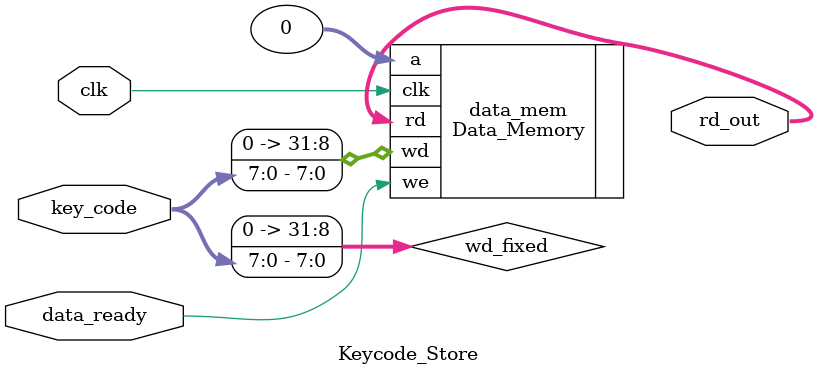
<source format=sv>

module Keycode_Store #(
    parameter [31:0] STORE_ADDR = 32'h0000_0000   // dirección byte-alineada
)(
    input  logic       clk,          // reloj de la RAM
    input  logic [7:0] key_code,     // dato a guardar
    input  logic       data_ready,   
    output logic [31:0] rd_out       
);
    wire [31:0] wd_fixed = {24'd0, key_code};

    Data_Memory data_mem (
        .clk (clk),
        .we  (data_ready),   
        .a   (STORE_ADDR),   
        .wd  (wd_fixed),     
        .rd  (rd_out)        
    );
endmodule

</source>
